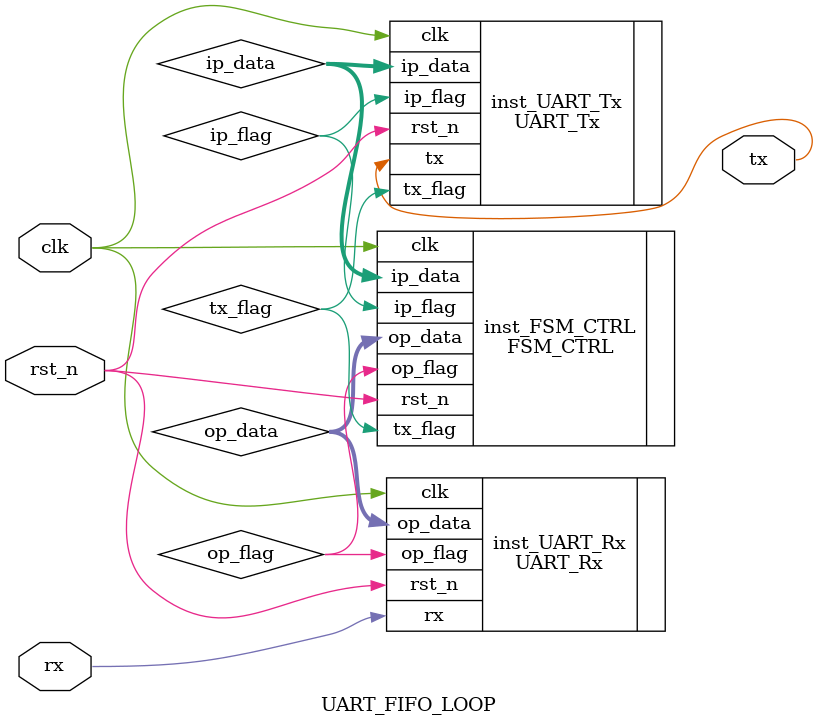
<source format=v>
module UART_FIFO_LOOP (
	input clk,
	input rst_n, 
	input rx,
	output tx
);

	wire [7:0] op_data;
	wire op_flag;

	wire tx_flag;

	wire ip_flag;
	wire [7:0] ip_data;

	UART_Rx inst_UART_Rx (
		.clk(clk),
		.rst_n(rst_n),
		.rx(rx),
		.op_data(op_data),
		.op_flag(op_flag)
	);

	FSM_CTRL  
	#(
        .usedw_latch(8'd4)
    )
    inst_FSM_CTRL
	(
		.clk(clk),
		.rst_n(rst_n), 
		.op_flag(op_flag),
		.op_data(op_data),
		.tx_flag(tx_flag),
		.ip_flag(ip_flag),
		.ip_data(ip_data)
	);
	
	UART_Tx inst_UART_Tx (
		.clk(clk),
		.rst_n(rst_n),
		.ip_data(ip_data),
		.ip_flag(ip_flag),
		.tx_flag(tx_flag),
		.tx(tx)
	);

endmodule
</source>
